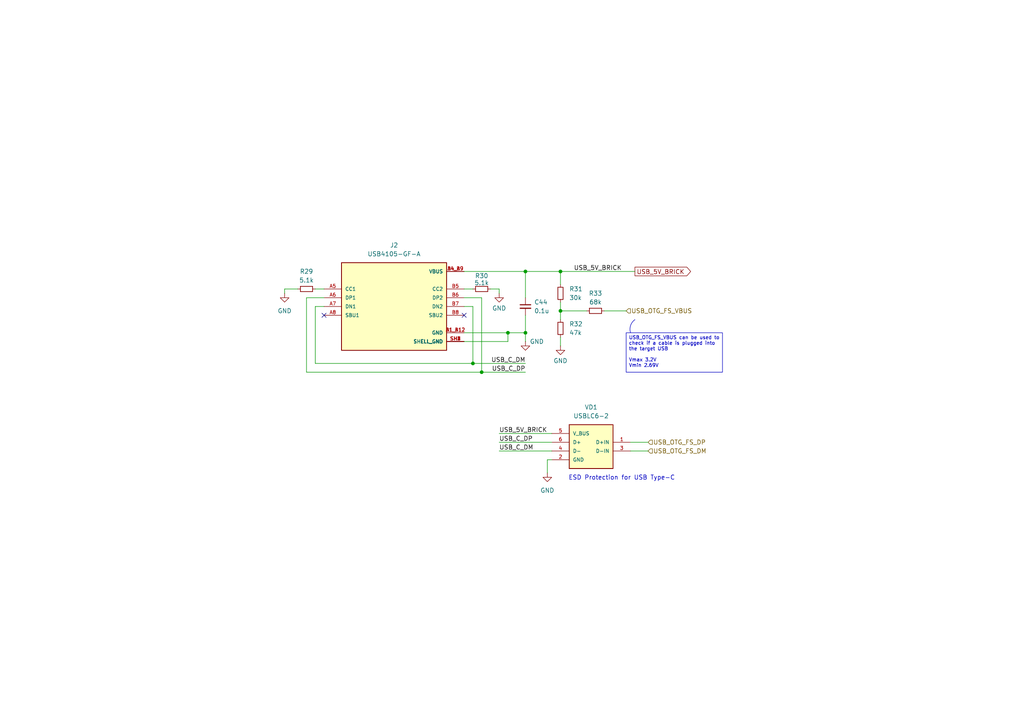
<source format=kicad_sch>
(kicad_sch (version 20231120) (generator "eeschema") (generator_version "8.0")
  (paper "A4")
  (lib_symbols
    (symbol "Device:C_Small" (pin_numbers hide) (pin_names (offset 0.254) hide)
      (property "Reference" "C" (at 0.254 1.778 0))
      (property "Value" "C_Small" (at 0.254 -2.032 0))
      (symbol "C_Small_0_1"
        (polyline (pts (xy -1.524 -0.508) (xy 1.524 -0.508)) (stroke (width 0.3302)))
        (polyline (pts (xy -1.524 0.508) (xy 1.524 0.508)) (stroke (width 0.3048)))
      )
      (symbol "C_Small_1_1"
        (pin passive line (at 0 2.54 270) (length 2.032) (name "~") (number "1"))
        (pin passive line (at 0 -2.54 90) (length 2.032) (name "~") (number "2"))
      )
    )
    (symbol "Device:R_Small" (pin_numbers hide) (pin_names (offset 0.254) hide)
      (property "Reference" "R" (at 0.762 0.508 0))
      (property "Value" "R_Small" (at 0.762 -1.016 0))
      (symbol "R_Small_0_1"
        (rectangle (start -0.762 1.778) (end 0.762 -1.778) (stroke (width 0.2032)))
      )
      (symbol "R_Small_1_1"
        (pin passive line (at 0 2.54 270) (length 0.762) (name "~") (number "1"))
        (pin passive line (at 0 -2.54 90) (length 0.762) (name "~") (number "2"))
      )
    )
    (symbol "USB_Connector:USB4105-GF-A" (pin_names (offset 1.016))
      (property "Reference" "J" (at -15.24 13.97 0))
      (property "Value" "USB4105-GF-A" (at -15.24 -15.24 0))
      (symbol "USB4105-GF-A_0_0"
        (rectangle (start -15.24 -12.7) (end 15.24 12.7) (stroke (width 0.254)) (fill (type background)))
        (pin power_in line (at 20.32 -7.62 180) (length 5.08) (name "GND") (number "A1_B12"))
        (pin power_in line (at 20.32 10.16 180) (length 5.08) (name "VBUS") (number "A4_B9"))
        (pin bidirectional line (at -20.32 5.08 0) (length 5.08) (name "CC1") (number "A5"))
        (pin bidirectional line (at -20.32 2.54 0) (length 5.08) (name "DP1") (number "A6"))
        (pin bidirectional line (at -20.32 0 0) (length 5.08) (name "DN1") (number "A7"))
        (pin bidirectional line (at -20.32 -2.54 0) (length 5.08) (name "SBU1") (number "A8"))
        (pin power_in line (at 20.32 -7.62 180) (length 5.08) (name "GND") (number "B1_A12"))
        (pin power_in line (at 20.32 10.16 180) (length 5.08) (name "VBUS") (number "B4_A9"))
        (pin bidirectional line (at 20.32 5.08 180) (length 5.08) (name "CC2") (number "B5"))
        (pin bidirectional line (at 20.32 2.54 180) (length 5.08) (name "DP2") (number "B6"))
        (pin bidirectional line (at 20.32 0 180) (length 5.08) (name "DN2") (number "B7"))
        (pin bidirectional line (at 20.32 -2.54 180) (length 5.08) (name "SBU2") (number "B8"))
        (pin power_in line (at 20.32 -10.16 180) (length 5.08) (name "SHELL_GND") (number "SH1"))
        (pin power_in line (at 20.32 -10.16 180) (length 5.08) (name "SHELL_GND") (number "SH2"))
        (pin power_in line (at 20.32 -10.16 180) (length 5.08) (name "SHELL_GND") (number "SH3"))
        (pin power_in line (at 20.32 -10.16 180) (length 5.08) (name "SHELL_GND") (number "SH4"))
      )
    )
    (symbol "USB_ESD_Protection:USBLC6-2" (pin_names (offset 1.016))
      (property "Reference" "VD" (at -2.54 5.08 0))
      (property "Value" "USBLC6-2" (at -2.54 -10.16 0))
      (symbol "USBLC6-2_0_0"
        (rectangle (start -5.08 -7.62) (end 7.62 5.08) (stroke (width 0.254)) (fill (type background)))
        (pin bidirectional line (at 12.7 0 180) (length 5.08) (name "D+IN") (number "1"))
        (pin bidirectional line (at -10.16 -5.08 0) (length 5.08) (name "GND") (number "2"))
        (pin bidirectional line (at 12.7 -2.54 180) (length 5.08) (name "D-IN") (number "3"))
        (pin bidirectional line (at -10.16 -2.54 0) (length 5.08) (name "D-") (number "4"))
        (pin bidirectional line (at -10.16 2.54 0) (length 5.08) (name "V_BUS") (number "5"))
        (pin bidirectional line (at -10.16 0 0) (length 5.08) (name "D+") (number "6"))
      )
    )
    (symbol "power:GND" (power) (pin_numbers hide) (pin_names (offset 0) hide)
      (property "Value" "GND" (at 0 -3.81 0))
      (symbol "GND_0_1"
        (polyline (pts (xy 0 0) (xy 0 -1.27) (xy 1.27 -1.27) (xy 0 -2.54) (xy -1.27 -1.27) (xy 0 -1.27)))
      )
      (symbol "GND_1_1"
        (pin power_in line (at 0 0 270) (length 0) (name "~") (number "1"))
      )
    )
  )
  (junction (at 162.56 90.17))
  (junction (at 137.16 105.41))
  (junction (at 162.56 78.74))
  (junction (at 152.4 96.52))
  (junction (at 147.32 96.52))
  (junction (at 152.4 78.74))
  (junction (at 139.7 107.95))
  (no_connect (at 93.98 91.44))
  (no_connect (at 134.62 91.44))
  (wire (pts (xy 139.7 107.95) (xy 88.9 107.95)))
  (wire (pts (xy 182.88 130.81) (xy 187.96 130.81)))
  (wire (pts (xy 162.56 90.17) (xy 170.18 90.17)))
  (wire (pts (xy 152.4 78.74) (xy 152.4 86.36)))
  (wire (pts (xy 134.62 96.52) (xy 147.32 96.52)))
  (wire (pts (xy 134.62 86.36) (xy 139.7 86.36)))
  (wire (pts (xy 91.44 83.82) (xy 93.98 83.82)))
  (wire (pts (xy 91.44 105.41) (xy 91.44 88.9)))
  (wire (pts (xy 175.26 90.17) (xy 181.61 90.17)))
  (wire (pts (xy 134.62 78.74) (xy 152.4 78.74)))
  (wire (pts (xy 134.62 83.82) (xy 137.16 83.82)))
  (wire (pts (xy 134.62 99.06) (xy 147.32 99.06)))
  (wire (pts (xy 158.75 137.16) (xy 158.75 133.35)))
  (wire (pts (xy 162.56 90.17) (xy 162.56 92.71)))
  (wire (pts (xy 139.7 86.36) (xy 139.7 107.95)))
  (wire (pts (xy 139.7 107.95) (xy 152.4 107.95)))
  (wire (pts (xy 152.4 78.74) (xy 162.56 78.74)))
  (wire (pts (xy 152.4 91.44) (xy 152.4 96.52)))
  (wire (pts (xy 137.16 88.9) (xy 137.16 105.41)))
  (wire (pts (xy 86.36 83.82) (xy 82.55 83.82)))
  (wire (pts (xy 158.75 133.35) (xy 160.02 133.35)))
  (wire (pts (xy 144.78 128.27) (xy 160.02 128.27)))
  (wire (pts (xy 88.9 86.36) (xy 93.98 86.36)))
  (wire (pts (xy 144.78 130.81) (xy 160.02 130.81)))
  (wire (pts (xy 162.56 87.63) (xy 162.56 90.17)))
  (wire (pts (xy 147.32 96.52) (xy 152.4 96.52)))
  (wire (pts (xy 142.24 83.82) (xy 144.78 83.82)))
  (wire (pts (xy 88.9 107.95) (xy 88.9 86.36)))
  (wire (pts (xy 134.62 88.9) (xy 137.16 88.9)))
  (wire (pts (xy 137.16 105.41) (xy 91.44 105.41)))
  (wire (pts (xy 182.88 128.27) (xy 187.96 128.27)))
  (wire (pts (xy 162.56 78.74) (xy 162.56 82.55)))
  (wire (pts (xy 162.56 97.79) (xy 162.56 100.33)))
  (wire (pts (xy 147.32 99.06) (xy 147.32 96.52)))
  (wire (pts (xy 144.78 83.82) (xy 144.78 85.09)))
  (wire (pts (xy 162.56 78.74) (xy 184.15 78.74)))
  (wire (pts (xy 144.78 125.73) (xy 160.02 125.73)))
  (wire (pts (xy 91.44 88.9) (xy 93.98 88.9)))
  (wire (pts (xy 82.55 83.82) (xy 82.55 85.09)))
  (wire (pts (xy 152.4 96.52) (xy 152.4 99.06)))
  (wire (pts (xy 137.16 105.41) (xy 152.4 105.41)))
  (arc (start 182.88 96.52) (mid 182.8965 94.4095) (end 184.15 92.71))
  (text_box "USB_OTG_FS_VBUS can be used to check if a cable is plugged into the target USB\n\nVmax 3.2V\nVmin 2.69V" (at 181.61 96.52 0) (size 27.94 11.43) (effects (font (size 1 1)) (justify left top)))
  (text "ESD Protection for USB Type-C" (at 180.34 138.684 0) (effects (font (size 1.27 1.27))))
  (label "USB_5V_BRICK" (at 144.78 125.73 0))
  (label "USB_5V_BRICK" (at 180.34 78.74 180))
  (label "USB_C_DM" (at 152.4 105.41 180))
  (label "USB_C_DP" (at 152.4 107.95 180))
  (label "USB_C_DP" (at 144.78 128.27 0))
  (label "USB_C_DM" (at 144.78 130.81 0))
  (global_label "USB_5V_BRICK" (shape output) (at 184.15 78.74 0) (property "Intersheetrefs" "${INTERSHEET_REFS}" (effects (hide yes))))
  (hierarchical_label "USB_OTG_FS_VBUS" (shape input) (at 181.61 90.17 0))
  (hierarchical_label "USB_OTG_FS_DM" (shape input) (at 187.96 130.81 0))
  (hierarchical_label "USB_OTG_FS_DP" (shape input) (at 187.96 128.27 0))
  (symbol (lib_id "Device:R_Small") (at 162.56 95.25 0) (unit 1)
    (property "Reference" "R32" (at 165.1 93.9799 0) (effects (justify left)))
    (property "Value" "47k" (at 165.1 96.5199 0) (effects (justify left)))
    (property "Footprint" "Resistor_SMD:R_0402_1005Metric_Pad0.72x0.64mm_HandSolder" (effects (hide yes)))
    (property "Description" "Resistor, small symbol" (effects (hide yes)))
  )
  (symbol (lib_id "Device:R_Small") (at 162.56 85.09 0) (unit 1)
    (property "Reference" "R31" (at 165.1 83.8199 0) (effects (justify left)))
    (property "Value" "30k" (at 165.1 86.3599 0) (effects (justify left)))
    (property "Footprint" "Resistor_SMD:R_0402_1005Metric_Pad0.72x0.64mm_HandSolder" (effects (hide yes)))
    (property "Description" "Resistor, small symbol" (effects (hide yes)))
  )
  (symbol (lib_id "power:GND") (at 144.78 85.09 0) (unit 1)
    (property "Reference" "#PWR096" (effects (hide yes)))
    (property "Value" "GND" (at 144.78 89.408 0))
    (property "Description" "Power symbol creates a global label with name \"GND\" , ground" (effects (hide yes)))
  )
  (symbol (lib_id "USB_ESD_Protection:USBLC6-2") (at 170.18 128.27 0) (unit 1)
    (property "Reference" "VD1" (at 171.45 118.11 0))
    (property "Value" "USBLC6-2" (at 171.45 120.65 0))
    (property "Footprint" "USBLC6-2:SOT23-6L" (effects (hide yes)))
    (property "MF" "STMicroelectronics" (effects (hide yes)))
    (property "Description_1" "\n17V Clamp 5A (8/20µs) Ipp Tvs Diode Surface Mount SOT-23-6\n" (effects (hide yes)))
    (property "Package" "SOT-563 STMicroelectronics" (effects (hide yes)))
    (property "Price" "None" (effects (hide yes)))
    (property "SnapEDA_Link" "https://www.snapeda.com/parts/USBLC6-2/STMicroelectronics/view-part/?ref=snap" (effects (hide yes)))
    (property "MP" "USBLC6-2" (effects (hide yes)))
    (property "Purchase-URL" "https://www.snapeda.com/api/url_track_click_mouser/?unipart_id=231889&manufacturer=STMicroelectronics&part_name=USBLC6-2&search_term=usblc6-2" (effects (hide yes)))
    (property "Availability" "In Stock" (effects (hide yes)))
    (property "Check_prices" "https://www.snapeda.com/parts/USBLC6-2/STMicroelectronics/view-part/?ref=eda" (effects (hide yes)))
  )
  (symbol (lib_id "power:GND") (at 82.55 85.09 0) (unit 1)
    (property "Reference" "#PWR095" (effects (hide yes)))
    (property "Value" "GND" (at 82.55 90.17 0))
    (property "Description" "Power symbol creates a global label with name \"GND\" , ground" (effects (hide yes)))
  )
  (symbol (lib_id "Device:C_Small") (at 152.4 88.9 0) (unit 1)
    (property "Reference" "C44" (at 154.94 87.6362 0) (effects (justify left)))
    (property "Value" "0.1u" (at 154.94 90.1762 0) (effects (justify left)))
    (property "Footprint" "Capacitor_SMD:C_0402_1005Metric_Pad0.74x0.62mm_HandSolder" (effects (hide yes)))
    (property "Description" "Unpolarized capacitor, small symbol" (effects (hide yes)))
  )
  (symbol (lib_id "Device:R_Small") (at 88.9 83.82 90) (unit 1)
    (property "Reference" "R29" (at 88.9 78.74 90))
    (property "Value" "5.1k" (at 88.9 81.28 90))
    (property "Footprint" "Resistor_SMD:R_0402_1005Metric_Pad0.72x0.64mm_HandSolder" (effects (hide yes)))
    (property "Description" "Resistor, small symbol" (effects (hide yes)))
  )
  (symbol (lib_id "power:GND") (at 158.75 137.16 0) (unit 1)
    (property "Reference" "#PWR098" (effects (hide yes)))
    (property "Value" "GND" (at 158.75 142.24 0))
    (property "Description" "Power symbol creates a global label with name \"GND\" , ground" (effects (hide yes)))
  )
  (symbol (lib_id "Device:R_Small") (at 139.7 83.82 90) (unit 1)
    (property "Reference" "R30" (at 139.7 80.01 90))
    (property "Value" "5.1k" (at 139.7 82.042 90))
    (property "Footprint" "Resistor_SMD:R_0402_1005Metric_Pad0.72x0.64mm_HandSolder" (effects (hide yes)))
    (property "Description" "Resistor, small symbol" (effects (hide yes)))
  )
  (symbol (lib_id "power:GND") (at 152.4 99.06 0) (unit 1)
    (property "Reference" "#PWR097" (effects (hide yes)))
    (property "Value" "GND" (at 155.702 99.06 0))
    (property "Description" "Power symbol creates a global label with name \"GND\" , ground" (effects (hide yes)))
  )
  (symbol (lib_id "Device:R_Small") (at 172.72 90.17 90) (unit 1)
    (property "Reference" "R33" (at 172.72 85.09 90))
    (property "Value" "68k" (at 172.72 87.63 90))
    (property "Footprint" "Resistor_SMD:R_0402_1005Metric_Pad0.72x0.64mm_HandSolder" (effects (hide yes)))
    (property "Description" "Resistor, small symbol" (effects (hide yes)))
  )
  (symbol (lib_id "power:GND") (at 162.56 100.33 0) (unit 1)
    (property "Reference" "#PWR099" (effects (hide yes)))
    (property "Value" "GND" (at 162.56 104.648 0))
    (property "Description" "Power symbol creates a global label with name \"GND\" , ground" (effects (hide yes)))
  )
  (symbol (lib_id "USB_Connector:USB4105-GF-A") (at 114.3 88.9 0) (unit 1)
    (property "Reference" "J2" (at 114.3 71.12 0))
    (property "Value" "USB4105-GF-A" (at 114.3 73.66 0))
    (property "Footprint" "USB4105-GF-A:GCT_USB4105-GF-A" (effects (hide yes)))
    (property "MF" "GCT" (effects (hide yes)))
    (property "MAXIMUM_PACKAGE_HEIGHT" "3.31mm" (effects (hide yes)))
    (property "Package" "None" (effects (hide yes)))
    (property "Price" "None" (effects (hide yes)))
    (property "Check_prices" "https://www.snapeda.com/parts/USB4105-GF-A/Global+Connector+Technology/view-part/?ref=eda" (effects (hide yes)))
    (property "STANDARD" "Manufacturer Recommendations" (effects (hide yes)))
    (property "PARTREV" "B3" (effects (hide yes)))
    (property "SnapEDA_Link" "https://www.snapeda.com/parts/USB4105-GF-A/Global+Connector+Technology/view-part/?ref=snap" (effects (hide yes)))
    (property "MP" "USB4105-GF-A" (effects (hide yes)))
    (property "Purchase-URL" "https://www.snapeda.com/api/url_track_click_mouser/?unipart_id=4423780&manufacturer=GCT&part_name=USB4105-GF-A&search_term=usb4105-gf-a" (effects (hide yes)))
    (property "Description_1" "\nUSB-C (USB TYPE-C) USB 2.0 Receptacle Connector 24 (16+8 Dummy) Position Surface Mount, Right Angle; Through Hole\n" (effects (hide yes)))
    (property "Availability" "In Stock" (effects (hide yes)))
    (property "MANUFACTURER" "Global Connector Technology" (effects (hide yes)))
  )
)
</source>
